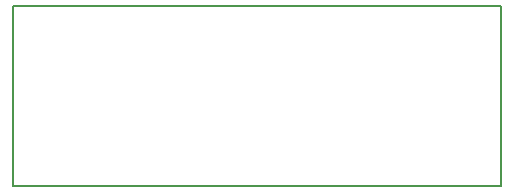
<source format=gbr>
G04 #@! TF.GenerationSoftware,KiCad,Pcbnew,5.0.0-fee4fd1~66~ubuntu18.04.1*
G04 #@! TF.CreationDate,2018-10-20T19:30:02+02:00*
G04 #@! TF.ProjectId,bmp280-sensor-board,626D703238302D73656E736F722D626F,rev?*
G04 #@! TF.SameCoordinates,Original*
G04 #@! TF.FileFunction,Profile,NP*
%FSLAX46Y46*%
G04 Gerber Fmt 4.6, Leading zero omitted, Abs format (unit mm)*
G04 Created by KiCad (PCBNEW 5.0.0-fee4fd1~66~ubuntu18.04.1) date Sat Oct 20 19:30:02 2018*
%MOMM*%
%LPD*%
G01*
G04 APERTURE LIST*
%ADD10C,0.150000*%
G04 APERTURE END LIST*
D10*
X135845000Y-56740000D02*
X94570000Y-56740000D01*
X135845000Y-41500000D02*
X135845000Y-56740000D01*
X94570000Y-41500000D02*
X135845000Y-41500000D01*
X94570000Y-41500000D02*
X94570000Y-56740000D01*
M02*

</source>
